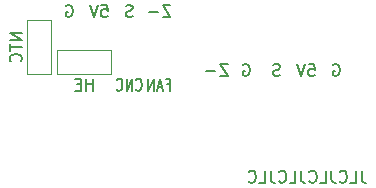
<source format=gbr>
%TF.GenerationSoftware,KiCad,Pcbnew,(5.1.6)-1*%
%TF.CreationDate,2023-02-05T19:48:36+01:00*%
%TF.ProjectId,Hotend_board,486f7465-6e64-45f6-926f-6172642e6b69,rev?*%
%TF.SameCoordinates,Original*%
%TF.FileFunction,Legend,Bot*%
%TF.FilePolarity,Positive*%
%FSLAX46Y46*%
G04 Gerber Fmt 4.6, Leading zero omitted, Abs format (unit mm)*
G04 Created by KiCad (PCBNEW (5.1.6)-1) date 2023-02-05 19:48:36*
%MOMM*%
%LPD*%
G01*
G04 APERTURE LIST*
%ADD10C,0.150000*%
%ADD11C,0.120000*%
G04 APERTURE END LIST*
D10*
X134219047Y-123492380D02*
X134219047Y-124206666D01*
X134266666Y-124349523D01*
X134361904Y-124444761D01*
X134504761Y-124492380D01*
X134600000Y-124492380D01*
X133266666Y-124492380D02*
X133742857Y-124492380D01*
X133742857Y-123492380D01*
X132361904Y-124397142D02*
X132409523Y-124444761D01*
X132552380Y-124492380D01*
X132647619Y-124492380D01*
X132790476Y-124444761D01*
X132885714Y-124349523D01*
X132933333Y-124254285D01*
X132980952Y-124063809D01*
X132980952Y-123920952D01*
X132933333Y-123730476D01*
X132885714Y-123635238D01*
X132790476Y-123540000D01*
X132647619Y-123492380D01*
X132552380Y-123492380D01*
X132409523Y-123540000D01*
X132361904Y-123587619D01*
X131647619Y-123492380D02*
X131647619Y-124206666D01*
X131695238Y-124349523D01*
X131790476Y-124444761D01*
X131933333Y-124492380D01*
X132028571Y-124492380D01*
X130695238Y-124492380D02*
X131171428Y-124492380D01*
X131171428Y-123492380D01*
X129790476Y-124397142D02*
X129838095Y-124444761D01*
X129980952Y-124492380D01*
X130076190Y-124492380D01*
X130219047Y-124444761D01*
X130314285Y-124349523D01*
X130361904Y-124254285D01*
X130409523Y-124063809D01*
X130409523Y-123920952D01*
X130361904Y-123730476D01*
X130314285Y-123635238D01*
X130219047Y-123540000D01*
X130076190Y-123492380D01*
X129980952Y-123492380D01*
X129838095Y-123540000D01*
X129790476Y-123587619D01*
X129076190Y-123492380D02*
X129076190Y-124206666D01*
X129123809Y-124349523D01*
X129219047Y-124444761D01*
X129361904Y-124492380D01*
X129457142Y-124492380D01*
X128123809Y-124492380D02*
X128600000Y-124492380D01*
X128600000Y-123492380D01*
X127219047Y-124397142D02*
X127266666Y-124444761D01*
X127409523Y-124492380D01*
X127504761Y-124492380D01*
X127647619Y-124444761D01*
X127742857Y-124349523D01*
X127790476Y-124254285D01*
X127838095Y-124063809D01*
X127838095Y-123920952D01*
X127790476Y-123730476D01*
X127742857Y-123635238D01*
X127647619Y-123540000D01*
X127504761Y-123492380D01*
X127409523Y-123492380D01*
X127266666Y-123540000D01*
X127219047Y-123587619D01*
X126504761Y-123492380D02*
X126504761Y-124206666D01*
X126552380Y-124349523D01*
X126647619Y-124444761D01*
X126790476Y-124492380D01*
X126885714Y-124492380D01*
X125552380Y-124492380D02*
X126028571Y-124492380D01*
X126028571Y-123492380D01*
X124647619Y-124397142D02*
X124695238Y-124444761D01*
X124838095Y-124492380D01*
X124933333Y-124492380D01*
X125076190Y-124444761D01*
X125171428Y-124349523D01*
X125219047Y-124254285D01*
X125266666Y-124063809D01*
X125266666Y-123920952D01*
X125219047Y-123730476D01*
X125171428Y-123635238D01*
X125076190Y-123540000D01*
X124933333Y-123492380D01*
X124838095Y-123492380D01*
X124695238Y-123540000D01*
X124647619Y-123587619D01*
X124198095Y-114500000D02*
X124293333Y-114452380D01*
X124436190Y-114452380D01*
X124579047Y-114500000D01*
X124674285Y-114595238D01*
X124721904Y-114690476D01*
X124769523Y-114880952D01*
X124769523Y-115023809D01*
X124721904Y-115214285D01*
X124674285Y-115309523D01*
X124579047Y-115404761D01*
X124436190Y-115452380D01*
X124340952Y-115452380D01*
X124198095Y-115404761D01*
X124150476Y-115357142D01*
X124150476Y-115023809D01*
X124340952Y-115023809D01*
X131818095Y-114500000D02*
X131913333Y-114452380D01*
X132056190Y-114452380D01*
X132199047Y-114500000D01*
X132294285Y-114595238D01*
X132341904Y-114690476D01*
X132389523Y-114880952D01*
X132389523Y-115023809D01*
X132341904Y-115214285D01*
X132294285Y-115309523D01*
X132199047Y-115404761D01*
X132056190Y-115452380D01*
X131960952Y-115452380D01*
X131818095Y-115404761D01*
X131770476Y-115357142D01*
X131770476Y-115023809D01*
X131960952Y-115023809D01*
X122872380Y-114452380D02*
X122205714Y-114452380D01*
X122872380Y-115452380D01*
X122205714Y-115452380D01*
X121824761Y-115071428D02*
X121062857Y-115071428D01*
X127285714Y-115404761D02*
X127142857Y-115452380D01*
X126904761Y-115452380D01*
X126809523Y-115404761D01*
X126761904Y-115357142D01*
X126714285Y-115261904D01*
X126714285Y-115166666D01*
X126761904Y-115071428D01*
X126809523Y-115023809D01*
X126904761Y-114976190D01*
X127095238Y-114928571D01*
X127190476Y-114880952D01*
X127238095Y-114833333D01*
X127285714Y-114738095D01*
X127285714Y-114642857D01*
X127238095Y-114547619D01*
X127190476Y-114500000D01*
X127095238Y-114452380D01*
X126857142Y-114452380D01*
X126714285Y-114500000D01*
X129730476Y-114452380D02*
X130206666Y-114452380D01*
X130254285Y-114928571D01*
X130206666Y-114880952D01*
X130111428Y-114833333D01*
X129873333Y-114833333D01*
X129778095Y-114880952D01*
X129730476Y-114928571D01*
X129682857Y-115023809D01*
X129682857Y-115261904D01*
X129730476Y-115357142D01*
X129778095Y-115404761D01*
X129873333Y-115452380D01*
X130111428Y-115452380D01*
X130206666Y-115404761D01*
X130254285Y-115357142D01*
X129397142Y-114452380D02*
X129063809Y-115452380D01*
X128730476Y-114452380D01*
X117727619Y-116178571D02*
X117994285Y-116178571D01*
X117994285Y-116702380D02*
X117994285Y-115702380D01*
X117613333Y-115702380D01*
X117346666Y-116416666D02*
X116965714Y-116416666D01*
X117422857Y-116702380D02*
X117156190Y-115702380D01*
X116889523Y-116702380D01*
X116622857Y-116702380D02*
X116622857Y-115702380D01*
X116165714Y-116702380D01*
X116165714Y-115702380D01*
X115111428Y-116607142D02*
X115149523Y-116654761D01*
X115263809Y-116702380D01*
X115340000Y-116702380D01*
X115454285Y-116654761D01*
X115530476Y-116559523D01*
X115568571Y-116464285D01*
X115606666Y-116273809D01*
X115606666Y-116130952D01*
X115568571Y-115940476D01*
X115530476Y-115845238D01*
X115454285Y-115750000D01*
X115340000Y-115702380D01*
X115263809Y-115702380D01*
X115149523Y-115750000D01*
X115111428Y-115797619D01*
X114768571Y-116702380D02*
X114768571Y-115702380D01*
X114311428Y-116702380D01*
X114311428Y-115702380D01*
X113473333Y-116607142D02*
X113511428Y-116654761D01*
X113625714Y-116702380D01*
X113701904Y-116702380D01*
X113816190Y-116654761D01*
X113892380Y-116559523D01*
X113930476Y-116464285D01*
X113968571Y-116273809D01*
X113968571Y-116130952D01*
X113930476Y-115940476D01*
X113892380Y-115845238D01*
X113816190Y-115750000D01*
X113701904Y-115702380D01*
X113625714Y-115702380D01*
X113511428Y-115750000D01*
X113473333Y-115797619D01*
X111468095Y-116702380D02*
X111468095Y-115702380D01*
X111468095Y-116178571D02*
X110896666Y-116178571D01*
X110896666Y-116702380D02*
X110896666Y-115702380D01*
X110420476Y-116178571D02*
X110087142Y-116178571D01*
X109944285Y-116702380D02*
X110420476Y-116702380D01*
X110420476Y-115702380D01*
X109944285Y-115702380D01*
X118032380Y-109452380D02*
X117365714Y-109452380D01*
X118032380Y-110452380D01*
X117365714Y-110452380D01*
X116984761Y-110071428D02*
X116222857Y-110071428D01*
X114825714Y-110404761D02*
X114682857Y-110452380D01*
X114444761Y-110452380D01*
X114349523Y-110404761D01*
X114301904Y-110357142D01*
X114254285Y-110261904D01*
X114254285Y-110166666D01*
X114301904Y-110071428D01*
X114349523Y-110023809D01*
X114444761Y-109976190D01*
X114635238Y-109928571D01*
X114730476Y-109880952D01*
X114778095Y-109833333D01*
X114825714Y-109738095D01*
X114825714Y-109642857D01*
X114778095Y-109547619D01*
X114730476Y-109500000D01*
X114635238Y-109452380D01*
X114397142Y-109452380D01*
X114254285Y-109500000D01*
X112190476Y-109452380D02*
X112666666Y-109452380D01*
X112714285Y-109928571D01*
X112666666Y-109880952D01*
X112571428Y-109833333D01*
X112333333Y-109833333D01*
X112238095Y-109880952D01*
X112190476Y-109928571D01*
X112142857Y-110023809D01*
X112142857Y-110261904D01*
X112190476Y-110357142D01*
X112238095Y-110404761D01*
X112333333Y-110452380D01*
X112571428Y-110452380D01*
X112666666Y-110404761D01*
X112714285Y-110357142D01*
X111857142Y-109452380D02*
X111523809Y-110452380D01*
X111190476Y-109452380D01*
X109198095Y-109500000D02*
X109293333Y-109452380D01*
X109436190Y-109452380D01*
X109579047Y-109500000D01*
X109674285Y-109595238D01*
X109721904Y-109690476D01*
X109769523Y-109880952D01*
X109769523Y-110023809D01*
X109721904Y-110214285D01*
X109674285Y-110309523D01*
X109579047Y-110404761D01*
X109436190Y-110452380D01*
X109340952Y-110452380D01*
X109198095Y-110404761D01*
X109150476Y-110357142D01*
X109150476Y-110023809D01*
X109340952Y-110023809D01*
D11*
X113000000Y-113270000D02*
X113000000Y-115270000D01*
X108460000Y-113270000D02*
X108460000Y-115270000D01*
X108460000Y-115270000D02*
X113000000Y-115270000D01*
X108460000Y-113270000D02*
X113000000Y-113270000D01*
D10*
X105432380Y-111843333D02*
X104432380Y-111843333D01*
X105432380Y-112414761D01*
X104432380Y-112414761D01*
X104432380Y-112748095D02*
X104432380Y-113319523D01*
X105432380Y-113033809D02*
X104432380Y-113033809D01*
X105337142Y-114224285D02*
X105384761Y-114176666D01*
X105432380Y-114033809D01*
X105432380Y-113938571D01*
X105384761Y-113795714D01*
X105289523Y-113700476D01*
X105194285Y-113652857D01*
X105003809Y-113605238D01*
X104860952Y-113605238D01*
X104670476Y-113652857D01*
X104575238Y-113700476D01*
X104480000Y-113795714D01*
X104432380Y-113938571D01*
X104432380Y-114033809D01*
X104480000Y-114176666D01*
X104527619Y-114224285D01*
D11*
X105900000Y-115280000D02*
X107900000Y-115280000D01*
X105900000Y-110740000D02*
X107900000Y-110740000D01*
X107900000Y-110740000D02*
X107900000Y-115280000D01*
X105900000Y-110740000D02*
X105900000Y-115280000D01*
M02*

</source>
